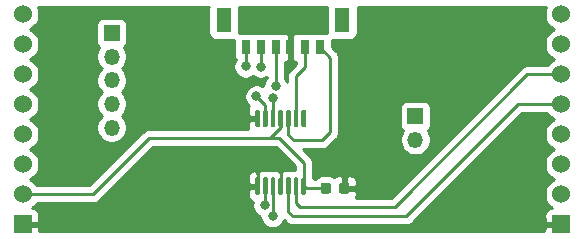
<source format=gtl>
%TF.GenerationSoftware,KiCad,Pcbnew,(5.1.10)-1*%
%TF.CreationDate,2021-11-25T14:23:59+01:00*%
%TF.ProjectId,CLIP_HOSTBOARD,434c4950-5f48-44f5-9354-424f4152442e,rev?*%
%TF.SameCoordinates,Original*%
%TF.FileFunction,Copper,L1,Top*%
%TF.FilePolarity,Positive*%
%FSLAX46Y46*%
G04 Gerber Fmt 4.6, Leading zero omitted, Abs format (unit mm)*
G04 Created by KiCad (PCBNEW (5.1.10)-1) date 2021-11-25 14:23:59*
%MOMM*%
%LPD*%
G01*
G04 APERTURE LIST*
%TA.AperFunction,ComponentPad*%
%ADD10C,1.524000*%
%TD*%
%TA.AperFunction,ComponentPad*%
%ADD11R,1.524000X1.524000*%
%TD*%
%TA.AperFunction,SMDPad,CuDef*%
%ADD12R,0.800000X1.200000*%
%TD*%
%TA.AperFunction,SMDPad,CuDef*%
%ADD13R,1.300000X2.150000*%
%TD*%
%TA.AperFunction,ComponentPad*%
%ADD14R,1.350000X1.350000*%
%TD*%
%TA.AperFunction,ComponentPad*%
%ADD15O,1.350000X1.350000*%
%TD*%
%TA.AperFunction,ViaPad*%
%ADD16C,0.800000*%
%TD*%
%TA.AperFunction,Conductor*%
%ADD17C,0.250000*%
%TD*%
%TA.AperFunction,Conductor*%
%ADD18C,0.254000*%
%TD*%
%TA.AperFunction,Conductor*%
%ADD19C,0.100000*%
%TD*%
G04 APERTURE END LIST*
D10*
%TO.P,S1,16*%
%TO.N,HTX*%
X166426201Y-81834800D03*
%TO.P,S1,15*%
%TO.N,HRX*%
X166426201Y-84374800D03*
%TO.P,S1,14*%
%TO.N,HPYRO1*%
X166426201Y-86914800D03*
%TO.P,S1,13*%
%TO.N,HPYRO2*%
X166426201Y-89454800D03*
%TO.P,S1,12*%
%TO.N,HFREE*%
X166426201Y-91994800D03*
%TO.P,S1,11*%
%TO.N,BFREEIN1*%
X166426201Y-94534800D03*
%TO.P,S1,10*%
%TO.N,Net-(S1-Pad10)*%
X166426201Y-97074800D03*
D11*
%TO.P,S1,9*%
%TO.N,GND*%
X166426201Y-99614800D03*
%TO.P,S1,8*%
X120866201Y-99614800D03*
D10*
%TO.P,S1,7*%
%TO.N,3V3*%
X120866201Y-97074800D03*
%TO.P,S1,6*%
%TO.N,BFREEIN2*%
X120866201Y-94534800D03*
%TO.P,S1,5*%
%TO.N,MOSIFREE*%
X120866201Y-91994800D03*
%TO.P,S1,4*%
%TO.N,MISOFREE*%
X120866201Y-89454800D03*
%TO.P,S1,3*%
%TO.N,SCKFREE*%
X120866201Y-86914800D03*
%TO.P,S1,2*%
%TO.N,SDAFREE*%
X120866201Y-84374800D03*
%TO.P,S1,1*%
%TO.N,SCLFREE*%
X120866201Y-81834800D03*
%TD*%
D12*
%TO.P,J1,1*%
%TO.N,HRX*%
X139762700Y-84635140D03*
%TO.P,J1,2*%
%TO.N,HTX*%
X141012700Y-84635140D03*
%TO.P,J1,3*%
%TO.N,HFREE*%
X142262700Y-84635140D03*
%TO.P,J1,4*%
%TO.N,GND*%
X143512700Y-84635140D03*
%TO.P,J1,5*%
%TO.N,PYRO1*%
X144762700Y-84635140D03*
%TO.P,J1,6*%
%TO.N,PYRO2*%
X146012700Y-84635140D03*
D13*
%TO.P,J1,MP1*%
%TO.N,Net-(J1-PadMP1)*%
X137862700Y-82340140D03*
%TO.P,J1,MP2*%
%TO.N,Net-(J1-PadMP2)*%
X147912700Y-82340140D03*
%TD*%
%TO.P,U1,1*%
%TO.N,Net-(U1-Pad1)*%
%TA.AperFunction,SMDPad,CuDef*%
G36*
G01*
X144542120Y-89927880D02*
X144742120Y-89927880D01*
G75*
G02*
X144842120Y-90027880I0J-100000D01*
G01*
X144842120Y-91302880D01*
G75*
G02*
X144742120Y-91402880I-100000J0D01*
G01*
X144542120Y-91402880D01*
G75*
G02*
X144442120Y-91302880I0J100000D01*
G01*
X144442120Y-90027880D01*
G75*
G02*
X144542120Y-89927880I100000J0D01*
G01*
G37*
%TD.AperFunction*%
%TO.P,U1,2*%
%TO.N,PYRO1*%
%TA.AperFunction,SMDPad,CuDef*%
G36*
G01*
X143892120Y-89927880D02*
X144092120Y-89927880D01*
G75*
G02*
X144192120Y-90027880I0J-100000D01*
G01*
X144192120Y-91302880D01*
G75*
G02*
X144092120Y-91402880I-100000J0D01*
G01*
X143892120Y-91402880D01*
G75*
G02*
X143792120Y-91302880I0J100000D01*
G01*
X143792120Y-90027880D01*
G75*
G02*
X143892120Y-89927880I100000J0D01*
G01*
G37*
%TD.AperFunction*%
%TO.P,U1,3*%
%TO.N,PYRO2*%
%TA.AperFunction,SMDPad,CuDef*%
G36*
G01*
X143242120Y-89927880D02*
X143442120Y-89927880D01*
G75*
G02*
X143542120Y-90027880I0J-100000D01*
G01*
X143542120Y-91302880D01*
G75*
G02*
X143442120Y-91402880I-100000J0D01*
G01*
X143242120Y-91402880D01*
G75*
G02*
X143142120Y-91302880I0J100000D01*
G01*
X143142120Y-90027880D01*
G75*
G02*
X143242120Y-89927880I100000J0D01*
G01*
G37*
%TD.AperFunction*%
%TO.P,U1,4*%
%TO.N,3V3*%
%TA.AperFunction,SMDPad,CuDef*%
G36*
G01*
X142592120Y-89927880D02*
X142792120Y-89927880D01*
G75*
G02*
X142892120Y-90027880I0J-100000D01*
G01*
X142892120Y-91302880D01*
G75*
G02*
X142792120Y-91402880I-100000J0D01*
G01*
X142592120Y-91402880D01*
G75*
G02*
X142492120Y-91302880I0J100000D01*
G01*
X142492120Y-90027880D01*
G75*
G02*
X142592120Y-89927880I100000J0D01*
G01*
G37*
%TD.AperFunction*%
%TO.P,U1,5*%
%TO.N,BFREEOUT1*%
%TA.AperFunction,SMDPad,CuDef*%
G36*
G01*
X141942120Y-89927880D02*
X142142120Y-89927880D01*
G75*
G02*
X142242120Y-90027880I0J-100000D01*
G01*
X142242120Y-91302880D01*
G75*
G02*
X142142120Y-91402880I-100000J0D01*
G01*
X141942120Y-91402880D01*
G75*
G02*
X141842120Y-91302880I0J100000D01*
G01*
X141842120Y-90027880D01*
G75*
G02*
X141942120Y-89927880I100000J0D01*
G01*
G37*
%TD.AperFunction*%
%TO.P,U1,6*%
%TO.N,BFREEOUT2*%
%TA.AperFunction,SMDPad,CuDef*%
G36*
G01*
X141292120Y-89927880D02*
X141492120Y-89927880D01*
G75*
G02*
X141592120Y-90027880I0J-100000D01*
G01*
X141592120Y-91302880D01*
G75*
G02*
X141492120Y-91402880I-100000J0D01*
G01*
X141292120Y-91402880D01*
G75*
G02*
X141192120Y-91302880I0J100000D01*
G01*
X141192120Y-90027880D01*
G75*
G02*
X141292120Y-89927880I100000J0D01*
G01*
G37*
%TD.AperFunction*%
%TO.P,U1,7*%
%TO.N,GND*%
%TA.AperFunction,SMDPad,CuDef*%
G36*
G01*
X140642120Y-89927880D02*
X140842120Y-89927880D01*
G75*
G02*
X140942120Y-90027880I0J-100000D01*
G01*
X140942120Y-91302880D01*
G75*
G02*
X140842120Y-91402880I-100000J0D01*
G01*
X140642120Y-91402880D01*
G75*
G02*
X140542120Y-91302880I0J100000D01*
G01*
X140542120Y-90027880D01*
G75*
G02*
X140642120Y-89927880I100000J0D01*
G01*
G37*
%TD.AperFunction*%
%TO.P,U1,8*%
%TA.AperFunction,SMDPad,CuDef*%
G36*
G01*
X140642120Y-95652880D02*
X140842120Y-95652880D01*
G75*
G02*
X140942120Y-95752880I0J-100000D01*
G01*
X140942120Y-97027880D01*
G75*
G02*
X140842120Y-97127880I-100000J0D01*
G01*
X140642120Y-97127880D01*
G75*
G02*
X140542120Y-97027880I0J100000D01*
G01*
X140542120Y-95752880D01*
G75*
G02*
X140642120Y-95652880I100000J0D01*
G01*
G37*
%TD.AperFunction*%
%TO.P,U1,9*%
%TO.N,BFREEIN2*%
%TA.AperFunction,SMDPad,CuDef*%
G36*
G01*
X141292120Y-95652880D02*
X141492120Y-95652880D01*
G75*
G02*
X141592120Y-95752880I0J-100000D01*
G01*
X141592120Y-97027880D01*
G75*
G02*
X141492120Y-97127880I-100000J0D01*
G01*
X141292120Y-97127880D01*
G75*
G02*
X141192120Y-97027880I0J100000D01*
G01*
X141192120Y-95752880D01*
G75*
G02*
X141292120Y-95652880I100000J0D01*
G01*
G37*
%TD.AperFunction*%
%TO.P,U1,10*%
%TO.N,BFREEIN1*%
%TA.AperFunction,SMDPad,CuDef*%
G36*
G01*
X141942120Y-95652880D02*
X142142120Y-95652880D01*
G75*
G02*
X142242120Y-95752880I0J-100000D01*
G01*
X142242120Y-97027880D01*
G75*
G02*
X142142120Y-97127880I-100000J0D01*
G01*
X141942120Y-97127880D01*
G75*
G02*
X141842120Y-97027880I0J100000D01*
G01*
X141842120Y-95752880D01*
G75*
G02*
X141942120Y-95652880I100000J0D01*
G01*
G37*
%TD.AperFunction*%
%TO.P,U1,11*%
%TO.N,GND*%
%TA.AperFunction,SMDPad,CuDef*%
G36*
G01*
X142592120Y-95652880D02*
X142792120Y-95652880D01*
G75*
G02*
X142892120Y-95752880I0J-100000D01*
G01*
X142892120Y-97027880D01*
G75*
G02*
X142792120Y-97127880I-100000J0D01*
G01*
X142592120Y-97127880D01*
G75*
G02*
X142492120Y-97027880I0J100000D01*
G01*
X142492120Y-95752880D01*
G75*
G02*
X142592120Y-95652880I100000J0D01*
G01*
G37*
%TD.AperFunction*%
%TO.P,U1,12*%
%TO.N,HPYRO2*%
%TA.AperFunction,SMDPad,CuDef*%
G36*
G01*
X143242120Y-95652880D02*
X143442120Y-95652880D01*
G75*
G02*
X143542120Y-95752880I0J-100000D01*
G01*
X143542120Y-97027880D01*
G75*
G02*
X143442120Y-97127880I-100000J0D01*
G01*
X143242120Y-97127880D01*
G75*
G02*
X143142120Y-97027880I0J100000D01*
G01*
X143142120Y-95752880D01*
G75*
G02*
X143242120Y-95652880I100000J0D01*
G01*
G37*
%TD.AperFunction*%
%TO.P,U1,13*%
%TO.N,HPYRO1*%
%TA.AperFunction,SMDPad,CuDef*%
G36*
G01*
X143892120Y-95652880D02*
X144092120Y-95652880D01*
G75*
G02*
X144192120Y-95752880I0J-100000D01*
G01*
X144192120Y-97027880D01*
G75*
G02*
X144092120Y-97127880I-100000J0D01*
G01*
X143892120Y-97127880D01*
G75*
G02*
X143792120Y-97027880I0J100000D01*
G01*
X143792120Y-95752880D01*
G75*
G02*
X143892120Y-95652880I100000J0D01*
G01*
G37*
%TD.AperFunction*%
%TO.P,U1,14*%
%TO.N,3V3*%
%TA.AperFunction,SMDPad,CuDef*%
G36*
G01*
X144542120Y-95652880D02*
X144742120Y-95652880D01*
G75*
G02*
X144842120Y-95752880I0J-100000D01*
G01*
X144842120Y-97027880D01*
G75*
G02*
X144742120Y-97127880I-100000J0D01*
G01*
X144542120Y-97127880D01*
G75*
G02*
X144442120Y-97027880I0J100000D01*
G01*
X144442120Y-95752880D01*
G75*
G02*
X144542120Y-95652880I100000J0D01*
G01*
G37*
%TD.AperFunction*%
%TD*%
D14*
%TO.P,J2,1*%
%TO.N,BFREEOUT1*%
X154099260Y-90472260D03*
D15*
%TO.P,J2,2*%
%TO.N,BFREEOUT2*%
X154099260Y-92472260D03*
%TD*%
D14*
%TO.P,J3,1*%
%TO.N,SCLFREE*%
X128374140Y-83423760D03*
D15*
%TO.P,J3,2*%
%TO.N,SDAFREE*%
X128374140Y-85423760D03*
%TO.P,J3,3*%
%TO.N,SCKFREE*%
X128374140Y-87423760D03*
%TO.P,J3,4*%
%TO.N,MISOFREE*%
X128374140Y-89423760D03*
%TO.P,J3,5*%
%TO.N,MOSIFREE*%
X128374140Y-91423760D03*
%TD*%
%TO.P,C1,1*%
%TO.N,GND*%
%TA.AperFunction,SMDPad,CuDef*%
G36*
G01*
X148514820Y-96310640D02*
X148514820Y-96810640D01*
G75*
G02*
X148289820Y-97035640I-225000J0D01*
G01*
X147839820Y-97035640D01*
G75*
G02*
X147614820Y-96810640I0J225000D01*
G01*
X147614820Y-96310640D01*
G75*
G02*
X147839820Y-96085640I225000J0D01*
G01*
X148289820Y-96085640D01*
G75*
G02*
X148514820Y-96310640I0J-225000D01*
G01*
G37*
%TD.AperFunction*%
%TO.P,C1,2*%
%TO.N,3V3*%
%TA.AperFunction,SMDPad,CuDef*%
G36*
G01*
X146964820Y-96310640D02*
X146964820Y-96810640D01*
G75*
G02*
X146739820Y-97035640I-225000J0D01*
G01*
X146289820Y-97035640D01*
G75*
G02*
X146064820Y-96810640I0J225000D01*
G01*
X146064820Y-96310640D01*
G75*
G02*
X146289820Y-96085640I225000J0D01*
G01*
X146739820Y-96085640D01*
G75*
G02*
X146964820Y-96310640I0J-225000D01*
G01*
G37*
%TD.AperFunction*%
%TD*%
D16*
%TO.N,HRX*%
X139715240Y-86243160D03*
%TO.N,HTX*%
X140990320Y-86263480D03*
%TO.N,HFREE*%
X142262700Y-87914320D03*
%TO.N,GND*%
X136710420Y-90345260D03*
X136789160Y-93972380D03*
X149539960Y-96565720D03*
X144612360Y-82697320D03*
%TO.N,BFREEOUT1*%
X142074900Y-88902540D03*
%TO.N,BFREEOUT2*%
X140632180Y-88788240D03*
%TO.N,BFREEIN2*%
X141330680Y-98016060D03*
%TO.N,BFREEIN1*%
X142001240Y-98935540D03*
%TD*%
D17*
%TO.N,HRX*%
X139762700Y-86195700D02*
X139715240Y-86243160D01*
X139762700Y-84635140D02*
X139762700Y-86195700D01*
%TO.N,HTX*%
X141012700Y-86241100D02*
X140990320Y-86263480D01*
X141012700Y-84635140D02*
X141012700Y-86241100D01*
%TO.N,HFREE*%
X142262700Y-84635140D02*
X142262700Y-87914320D01*
X142262700Y-87914320D02*
X142262700Y-87914320D01*
X142262700Y-87914320D02*
X142262700Y-87914320D01*
%TO.N,GND*%
X137030540Y-90665380D02*
X136710420Y-90345260D01*
X140742120Y-90665380D02*
X137030540Y-90665380D01*
X140742120Y-96390380D02*
X138714400Y-96390380D01*
X136789160Y-94465140D02*
X136789160Y-93972380D01*
X138714400Y-96390380D02*
X136789160Y-94465140D01*
X140742120Y-96390380D02*
X140742120Y-95175620D01*
X140742120Y-95175620D02*
X141320520Y-94597220D01*
X141320520Y-94597220D02*
X142346680Y-94597220D01*
X142692120Y-94942660D02*
X142692120Y-96390380D01*
X142346680Y-94597220D02*
X142692120Y-94942660D01*
X148069900Y-96565720D02*
X148064820Y-96560640D01*
X149539960Y-96565720D02*
X148069900Y-96565720D01*
%TO.N,PYRO1*%
X143992120Y-90665380D02*
X143992120Y-87092000D01*
X144762700Y-86321420D02*
X144762700Y-84635140D01*
X143992120Y-87092000D02*
X144762700Y-86321420D01*
%TO.N,PYRO2*%
X143342120Y-90665380D02*
X143342120Y-92062060D01*
X143342120Y-92062060D02*
X143781780Y-92501720D01*
X143781780Y-92501720D02*
X146194780Y-92501720D01*
X146194780Y-92501720D02*
X146880580Y-91815920D01*
X146880580Y-85503020D02*
X146012700Y-84635140D01*
X146880580Y-91815920D02*
X146880580Y-85503020D01*
%TO.N,3V3*%
X120866201Y-97074800D02*
X126795720Y-97074800D01*
X126795720Y-97074800D02*
X131536440Y-92334080D01*
X142692120Y-91402880D02*
X142692120Y-90665380D01*
X141760920Y-92334080D02*
X142692120Y-91402880D01*
X131536440Y-92334080D02*
X141760920Y-92334080D01*
X144642120Y-96390380D02*
X144642120Y-94385680D01*
X142590520Y-92334080D02*
X141760920Y-92334080D01*
X144642120Y-94385680D02*
X142590520Y-92334080D01*
X144812380Y-96560640D02*
X144642120Y-96390380D01*
X146514820Y-96560640D02*
X144812380Y-96560640D01*
%TO.N,HPYRO1*%
X143992120Y-96390380D02*
X143992120Y-97840320D01*
X143992120Y-97840320D02*
X144312640Y-98160840D01*
X144312640Y-98160840D02*
X152339040Y-98160840D01*
X163585080Y-86914800D02*
X166426201Y-86914800D01*
X152339040Y-98160840D02*
X163585080Y-86914800D01*
%TO.N,HPYRO2*%
X143342120Y-96390380D02*
X143342120Y-98559380D01*
X143342120Y-98559380D02*
X143718280Y-98935540D01*
X143718280Y-98935540D02*
X153339800Y-98935540D01*
X162820540Y-89454800D02*
X166426201Y-89454800D01*
X153339800Y-98935540D02*
X162820540Y-89454800D01*
%TO.N,BFREEOUT1*%
X142042120Y-88935320D02*
X142074900Y-88902540D01*
X142042120Y-90665380D02*
X142042120Y-88935320D01*
%TO.N,BFREEOUT2*%
X141392120Y-89548180D02*
X140632180Y-88788240D01*
X141392120Y-90665380D02*
X141392120Y-89548180D01*
%TO.N,BFREEIN2*%
X141392120Y-97954620D02*
X141330680Y-98016060D01*
X141392120Y-96390380D02*
X141392120Y-97954620D01*
%TO.N,BFREEIN1*%
X142055681Y-98881099D02*
X142001240Y-98935540D01*
X142055681Y-97668059D02*
X142055681Y-98881099D01*
X142042120Y-97654498D02*
X142055681Y-97668059D01*
X142042120Y-96390380D02*
X142042120Y-97654498D01*
%TD*%
D18*
%TO.N,GND*%
X165341081Y-90345335D02*
X165535666Y-90539920D01*
X165764474Y-90692805D01*
X165841716Y-90724800D01*
X165764474Y-90756795D01*
X165535666Y-90909680D01*
X165341081Y-91104265D01*
X165188196Y-91333073D01*
X165082887Y-91587310D01*
X165029201Y-91857208D01*
X165029201Y-92132392D01*
X165082887Y-92402290D01*
X165188196Y-92656527D01*
X165341081Y-92885335D01*
X165535666Y-93079920D01*
X165764474Y-93232805D01*
X165841716Y-93264800D01*
X165764474Y-93296795D01*
X165535666Y-93449680D01*
X165341081Y-93644265D01*
X165188196Y-93873073D01*
X165082887Y-94127310D01*
X165029201Y-94397208D01*
X165029201Y-94672392D01*
X165082887Y-94942290D01*
X165188196Y-95196527D01*
X165341081Y-95425335D01*
X165535666Y-95619920D01*
X165764474Y-95772805D01*
X165841716Y-95804800D01*
X165764474Y-95836795D01*
X165535666Y-95989680D01*
X165341081Y-96184265D01*
X165188196Y-96413073D01*
X165082887Y-96667310D01*
X165029201Y-96937208D01*
X165029201Y-97212392D01*
X165082887Y-97482290D01*
X165188196Y-97736527D01*
X165341081Y-97965335D01*
X165535666Y-98159920D01*
X165623666Y-98218720D01*
X165539719Y-98226988D01*
X165420021Y-98263298D01*
X165309707Y-98322263D01*
X165213016Y-98401615D01*
X165133664Y-98498306D01*
X165074699Y-98608620D01*
X165038389Y-98728318D01*
X165026129Y-98852800D01*
X165029201Y-99329050D01*
X165187951Y-99487800D01*
X166299201Y-99487800D01*
X166299201Y-99467800D01*
X166553201Y-99467800D01*
X166553201Y-99487800D01*
X166573201Y-99487800D01*
X166573201Y-99741800D01*
X166553201Y-99741800D01*
X166553201Y-99761800D01*
X166299201Y-99761800D01*
X166299201Y-99741800D01*
X165187951Y-99741800D01*
X165029201Y-99900550D01*
X165027334Y-100190000D01*
X122265068Y-100190000D01*
X122263201Y-99900550D01*
X122104451Y-99741800D01*
X120993201Y-99741800D01*
X120993201Y-99761800D01*
X120739201Y-99761800D01*
X120739201Y-99741800D01*
X120719201Y-99741800D01*
X120719201Y-99487800D01*
X120739201Y-99487800D01*
X120739201Y-99467800D01*
X120993201Y-99467800D01*
X120993201Y-99487800D01*
X122104451Y-99487800D01*
X122263201Y-99329050D01*
X122266273Y-98852800D01*
X122254013Y-98728318D01*
X122217703Y-98608620D01*
X122158738Y-98498306D01*
X122079386Y-98401615D01*
X121982695Y-98322263D01*
X121872381Y-98263298D01*
X121752683Y-98226988D01*
X121668736Y-98218720D01*
X121756736Y-98159920D01*
X121951321Y-97965335D01*
X122038542Y-97834800D01*
X126758398Y-97834800D01*
X126795720Y-97838476D01*
X126833042Y-97834800D01*
X126833053Y-97834800D01*
X126944706Y-97823803D01*
X127087967Y-97780346D01*
X127219996Y-97709774D01*
X127335721Y-97614801D01*
X127359524Y-97585797D01*
X131851242Y-93094080D01*
X141723598Y-93094080D01*
X141760920Y-93097756D01*
X141798242Y-93094080D01*
X142275719Y-93094080D01*
X143882121Y-94700483D01*
X143882121Y-95015793D01*
X143748129Y-95028990D01*
X143667120Y-95053564D01*
X143586111Y-95028990D01*
X143442120Y-95014808D01*
X143242120Y-95014808D01*
X143098129Y-95028990D01*
X143061075Y-95040230D01*
X143026003Y-95029012D01*
X142923870Y-95017880D01*
X142765120Y-95176630D01*
X142765120Y-95194139D01*
X142720224Y-95230984D01*
X142692120Y-95265229D01*
X142664016Y-95230984D01*
X142619120Y-95194139D01*
X142619120Y-95176630D01*
X142460370Y-95017880D01*
X142358237Y-95029012D01*
X142323165Y-95040230D01*
X142286111Y-95028990D01*
X142142120Y-95014808D01*
X141942120Y-95014808D01*
X141798129Y-95028990D01*
X141717120Y-95053564D01*
X141636111Y-95028990D01*
X141492120Y-95014808D01*
X141292120Y-95014808D01*
X141148129Y-95028990D01*
X141111075Y-95040230D01*
X141076003Y-95029012D01*
X140973870Y-95017880D01*
X140815120Y-95176630D01*
X140815120Y-95194139D01*
X140770224Y-95230984D01*
X140678436Y-95342829D01*
X140669120Y-95360258D01*
X140669120Y-95176630D01*
X140510370Y-95017880D01*
X140408237Y-95029012D01*
X140289099Y-95067119D01*
X140179684Y-95127736D01*
X140084198Y-95208534D01*
X140006309Y-95306409D01*
X139949011Y-95417598D01*
X139914506Y-95537828D01*
X139904120Y-95662480D01*
X139907120Y-96104630D01*
X140065870Y-96263380D01*
X140554048Y-96263380D01*
X140554048Y-96517380D01*
X140065870Y-96517380D01*
X139907120Y-96676130D01*
X139904120Y-97118280D01*
X139914506Y-97242932D01*
X139949011Y-97363162D01*
X140006309Y-97474351D01*
X140084198Y-97572226D01*
X140179684Y-97653024D01*
X140289099Y-97713641D01*
X140332779Y-97727612D01*
X140295680Y-97914121D01*
X140295680Y-98117999D01*
X140335454Y-98317958D01*
X140413475Y-98506316D01*
X140526743Y-98675834D01*
X140670906Y-98819997D01*
X140840424Y-98933265D01*
X140966240Y-98985380D01*
X140966240Y-99037479D01*
X141006014Y-99237438D01*
X141084035Y-99425796D01*
X141197303Y-99595314D01*
X141341466Y-99739477D01*
X141510984Y-99852745D01*
X141699342Y-99930766D01*
X141899301Y-99970540D01*
X142103179Y-99970540D01*
X142303138Y-99930766D01*
X142491496Y-99852745D01*
X142661014Y-99739477D01*
X142805177Y-99595314D01*
X142918445Y-99425796D01*
X142981502Y-99273563D01*
X143154476Y-99446537D01*
X143178279Y-99475541D01*
X143294004Y-99570514D01*
X143405484Y-99630102D01*
X143426033Y-99641086D01*
X143569294Y-99684543D01*
X143718280Y-99699217D01*
X143755613Y-99695540D01*
X153302478Y-99695540D01*
X153339800Y-99699216D01*
X153377122Y-99695540D01*
X153377133Y-99695540D01*
X153488786Y-99684543D01*
X153632047Y-99641086D01*
X153764076Y-99570514D01*
X153879801Y-99475541D01*
X153903604Y-99446537D01*
X163135342Y-90214800D01*
X165253860Y-90214800D01*
X165341081Y-90345335D01*
%TA.AperFunction,Conductor*%
D19*
G36*
X165341081Y-90345335D02*
G01*
X165535666Y-90539920D01*
X165764474Y-90692805D01*
X165841716Y-90724800D01*
X165764474Y-90756795D01*
X165535666Y-90909680D01*
X165341081Y-91104265D01*
X165188196Y-91333073D01*
X165082887Y-91587310D01*
X165029201Y-91857208D01*
X165029201Y-92132392D01*
X165082887Y-92402290D01*
X165188196Y-92656527D01*
X165341081Y-92885335D01*
X165535666Y-93079920D01*
X165764474Y-93232805D01*
X165841716Y-93264800D01*
X165764474Y-93296795D01*
X165535666Y-93449680D01*
X165341081Y-93644265D01*
X165188196Y-93873073D01*
X165082887Y-94127310D01*
X165029201Y-94397208D01*
X165029201Y-94672392D01*
X165082887Y-94942290D01*
X165188196Y-95196527D01*
X165341081Y-95425335D01*
X165535666Y-95619920D01*
X165764474Y-95772805D01*
X165841716Y-95804800D01*
X165764474Y-95836795D01*
X165535666Y-95989680D01*
X165341081Y-96184265D01*
X165188196Y-96413073D01*
X165082887Y-96667310D01*
X165029201Y-96937208D01*
X165029201Y-97212392D01*
X165082887Y-97482290D01*
X165188196Y-97736527D01*
X165341081Y-97965335D01*
X165535666Y-98159920D01*
X165623666Y-98218720D01*
X165539719Y-98226988D01*
X165420021Y-98263298D01*
X165309707Y-98322263D01*
X165213016Y-98401615D01*
X165133664Y-98498306D01*
X165074699Y-98608620D01*
X165038389Y-98728318D01*
X165026129Y-98852800D01*
X165029201Y-99329050D01*
X165187951Y-99487800D01*
X166299201Y-99487800D01*
X166299201Y-99467800D01*
X166553201Y-99467800D01*
X166553201Y-99487800D01*
X166573201Y-99487800D01*
X166573201Y-99741800D01*
X166553201Y-99741800D01*
X166553201Y-99761800D01*
X166299201Y-99761800D01*
X166299201Y-99741800D01*
X165187951Y-99741800D01*
X165029201Y-99900550D01*
X165027334Y-100190000D01*
X122265068Y-100190000D01*
X122263201Y-99900550D01*
X122104451Y-99741800D01*
X120993201Y-99741800D01*
X120993201Y-99761800D01*
X120739201Y-99761800D01*
X120739201Y-99741800D01*
X120719201Y-99741800D01*
X120719201Y-99487800D01*
X120739201Y-99487800D01*
X120739201Y-99467800D01*
X120993201Y-99467800D01*
X120993201Y-99487800D01*
X122104451Y-99487800D01*
X122263201Y-99329050D01*
X122266273Y-98852800D01*
X122254013Y-98728318D01*
X122217703Y-98608620D01*
X122158738Y-98498306D01*
X122079386Y-98401615D01*
X121982695Y-98322263D01*
X121872381Y-98263298D01*
X121752683Y-98226988D01*
X121668736Y-98218720D01*
X121756736Y-98159920D01*
X121951321Y-97965335D01*
X122038542Y-97834800D01*
X126758398Y-97834800D01*
X126795720Y-97838476D01*
X126833042Y-97834800D01*
X126833053Y-97834800D01*
X126944706Y-97823803D01*
X127087967Y-97780346D01*
X127219996Y-97709774D01*
X127335721Y-97614801D01*
X127359524Y-97585797D01*
X131851242Y-93094080D01*
X141723598Y-93094080D01*
X141760920Y-93097756D01*
X141798242Y-93094080D01*
X142275719Y-93094080D01*
X143882121Y-94700483D01*
X143882121Y-95015793D01*
X143748129Y-95028990D01*
X143667120Y-95053564D01*
X143586111Y-95028990D01*
X143442120Y-95014808D01*
X143242120Y-95014808D01*
X143098129Y-95028990D01*
X143061075Y-95040230D01*
X143026003Y-95029012D01*
X142923870Y-95017880D01*
X142765120Y-95176630D01*
X142765120Y-95194139D01*
X142720224Y-95230984D01*
X142692120Y-95265229D01*
X142664016Y-95230984D01*
X142619120Y-95194139D01*
X142619120Y-95176630D01*
X142460370Y-95017880D01*
X142358237Y-95029012D01*
X142323165Y-95040230D01*
X142286111Y-95028990D01*
X142142120Y-95014808D01*
X141942120Y-95014808D01*
X141798129Y-95028990D01*
X141717120Y-95053564D01*
X141636111Y-95028990D01*
X141492120Y-95014808D01*
X141292120Y-95014808D01*
X141148129Y-95028990D01*
X141111075Y-95040230D01*
X141076003Y-95029012D01*
X140973870Y-95017880D01*
X140815120Y-95176630D01*
X140815120Y-95194139D01*
X140770224Y-95230984D01*
X140678436Y-95342829D01*
X140669120Y-95360258D01*
X140669120Y-95176630D01*
X140510370Y-95017880D01*
X140408237Y-95029012D01*
X140289099Y-95067119D01*
X140179684Y-95127736D01*
X140084198Y-95208534D01*
X140006309Y-95306409D01*
X139949011Y-95417598D01*
X139914506Y-95537828D01*
X139904120Y-95662480D01*
X139907120Y-96104630D01*
X140065870Y-96263380D01*
X140554048Y-96263380D01*
X140554048Y-96517380D01*
X140065870Y-96517380D01*
X139907120Y-96676130D01*
X139904120Y-97118280D01*
X139914506Y-97242932D01*
X139949011Y-97363162D01*
X140006309Y-97474351D01*
X140084198Y-97572226D01*
X140179684Y-97653024D01*
X140289099Y-97713641D01*
X140332779Y-97727612D01*
X140295680Y-97914121D01*
X140295680Y-98117999D01*
X140335454Y-98317958D01*
X140413475Y-98506316D01*
X140526743Y-98675834D01*
X140670906Y-98819997D01*
X140840424Y-98933265D01*
X140966240Y-98985380D01*
X140966240Y-99037479D01*
X141006014Y-99237438D01*
X141084035Y-99425796D01*
X141197303Y-99595314D01*
X141341466Y-99739477D01*
X141510984Y-99852745D01*
X141699342Y-99930766D01*
X141899301Y-99970540D01*
X142103179Y-99970540D01*
X142303138Y-99930766D01*
X142491496Y-99852745D01*
X142661014Y-99739477D01*
X142805177Y-99595314D01*
X142918445Y-99425796D01*
X142981502Y-99273563D01*
X143154476Y-99446537D01*
X143178279Y-99475541D01*
X143294004Y-99570514D01*
X143405484Y-99630102D01*
X143426033Y-99641086D01*
X143569294Y-99684543D01*
X143718280Y-99699217D01*
X143755613Y-99695540D01*
X153302478Y-99695540D01*
X153339800Y-99699216D01*
X153377122Y-99695540D01*
X153377133Y-99695540D01*
X153488786Y-99684543D01*
X153632047Y-99641086D01*
X153764076Y-99570514D01*
X153879801Y-99475541D01*
X153903604Y-99446537D01*
X163135342Y-90214800D01*
X165253860Y-90214800D01*
X165341081Y-90345335D01*
G37*
%TD.AperFunction*%
D18*
X165082887Y-81427310D02*
X165029201Y-81697208D01*
X165029201Y-81972392D01*
X165082887Y-82242290D01*
X165188196Y-82496527D01*
X165341081Y-82725335D01*
X165535666Y-82919920D01*
X165764474Y-83072805D01*
X165841716Y-83104800D01*
X165764474Y-83136795D01*
X165535666Y-83289680D01*
X165341081Y-83484265D01*
X165188196Y-83713073D01*
X165082887Y-83967310D01*
X165029201Y-84237208D01*
X165029201Y-84512392D01*
X165082887Y-84782290D01*
X165188196Y-85036527D01*
X165341081Y-85265335D01*
X165535666Y-85459920D01*
X165764474Y-85612805D01*
X165841716Y-85644800D01*
X165764474Y-85676795D01*
X165535666Y-85829680D01*
X165341081Y-86024265D01*
X165253860Y-86154800D01*
X163622402Y-86154800D01*
X163585079Y-86151124D01*
X163547756Y-86154800D01*
X163547747Y-86154800D01*
X163436094Y-86165797D01*
X163292833Y-86209254D01*
X163160804Y-86279826D01*
X163045079Y-86374799D01*
X163021281Y-86403797D01*
X152024239Y-97400840D01*
X149036571Y-97400840D01*
X149045357Y-97390134D01*
X149104322Y-97279820D01*
X149140632Y-97160122D01*
X149152892Y-97035640D01*
X149149820Y-96846390D01*
X148991070Y-96687640D01*
X148191820Y-96687640D01*
X148191820Y-96707640D01*
X147937820Y-96707640D01*
X147937820Y-96687640D01*
X147917820Y-96687640D01*
X147917820Y-96433640D01*
X147937820Y-96433640D01*
X147937820Y-95609390D01*
X148191820Y-95609390D01*
X148191820Y-96433640D01*
X148991070Y-96433640D01*
X149149820Y-96274890D01*
X149152892Y-96085640D01*
X149140632Y-95961158D01*
X149104322Y-95841460D01*
X149045357Y-95731146D01*
X148966005Y-95634455D01*
X148869314Y-95555103D01*
X148759000Y-95496138D01*
X148639302Y-95459828D01*
X148514820Y-95447568D01*
X148350570Y-95450640D01*
X148191820Y-95609390D01*
X147937820Y-95609390D01*
X147779070Y-95450640D01*
X147614820Y-95447568D01*
X147490338Y-95459828D01*
X147370640Y-95496138D01*
X147260326Y-95555103D01*
X147216171Y-95591340D01*
X147070103Y-95513265D01*
X146908197Y-95464152D01*
X146739820Y-95447568D01*
X146289820Y-95447568D01*
X146121443Y-95464152D01*
X145959537Y-95513265D01*
X145810323Y-95593022D01*
X145679536Y-95700356D01*
X145597235Y-95800640D01*
X145480192Y-95800640D01*
X145480192Y-95752880D01*
X145466010Y-95608889D01*
X145424010Y-95470432D01*
X145402120Y-95429479D01*
X145402120Y-94423013D01*
X145405797Y-94385680D01*
X145391123Y-94236694D01*
X145347666Y-94093433D01*
X145277094Y-93961404D01*
X145205919Y-93874677D01*
X145182121Y-93845679D01*
X145153123Y-93821881D01*
X144592962Y-93261720D01*
X146157458Y-93261720D01*
X146194780Y-93265396D01*
X146232102Y-93261720D01*
X146232113Y-93261720D01*
X146343766Y-93250723D01*
X146487027Y-93207266D01*
X146619056Y-93136694D01*
X146734781Y-93041721D01*
X146758583Y-93012718D01*
X147391584Y-92379718D01*
X147420581Y-92355921D01*
X147515554Y-92240196D01*
X147586126Y-92108167D01*
X147629583Y-91964906D01*
X147640580Y-91853253D01*
X147640580Y-91853245D01*
X147644256Y-91815920D01*
X147640580Y-91778595D01*
X147640580Y-89797260D01*
X152786188Y-89797260D01*
X152786188Y-91147260D01*
X152798448Y-91271742D01*
X152834758Y-91391440D01*
X152893723Y-91501754D01*
X152973075Y-91598445D01*
X153059957Y-91669747D01*
X152938353Y-91851742D01*
X152839602Y-92090147D01*
X152789260Y-92343236D01*
X152789260Y-92601284D01*
X152839602Y-92854373D01*
X152938353Y-93092778D01*
X153081716Y-93307337D01*
X153264183Y-93489804D01*
X153478742Y-93633167D01*
X153717147Y-93731918D01*
X153970236Y-93782260D01*
X154228284Y-93782260D01*
X154481373Y-93731918D01*
X154719778Y-93633167D01*
X154934337Y-93489804D01*
X155116804Y-93307337D01*
X155260167Y-93092778D01*
X155358918Y-92854373D01*
X155409260Y-92601284D01*
X155409260Y-92343236D01*
X155358918Y-92090147D01*
X155260167Y-91851742D01*
X155138563Y-91669747D01*
X155225445Y-91598445D01*
X155304797Y-91501754D01*
X155363762Y-91391440D01*
X155400072Y-91271742D01*
X155412332Y-91147260D01*
X155412332Y-89797260D01*
X155400072Y-89672778D01*
X155363762Y-89553080D01*
X155304797Y-89442766D01*
X155225445Y-89346075D01*
X155128754Y-89266723D01*
X155018440Y-89207758D01*
X154898742Y-89171448D01*
X154774260Y-89159188D01*
X153424260Y-89159188D01*
X153299778Y-89171448D01*
X153180080Y-89207758D01*
X153069766Y-89266723D01*
X152973075Y-89346075D01*
X152893723Y-89442766D01*
X152834758Y-89553080D01*
X152798448Y-89672778D01*
X152786188Y-89797260D01*
X147640580Y-89797260D01*
X147640580Y-85540345D01*
X147644256Y-85503020D01*
X147640580Y-85465695D01*
X147640580Y-85465687D01*
X147629583Y-85354034D01*
X147586126Y-85210773D01*
X147515554Y-85078744D01*
X147420581Y-84963019D01*
X147391583Y-84939221D01*
X147050772Y-84598410D01*
X147050772Y-84035140D01*
X147048669Y-84013788D01*
X147138218Y-84040952D01*
X147262700Y-84053212D01*
X148562700Y-84053212D01*
X148687182Y-84040952D01*
X148806880Y-84004642D01*
X148917194Y-83945677D01*
X149013885Y-83866325D01*
X149093237Y-83769634D01*
X149152202Y-83659320D01*
X149188512Y-83539622D01*
X149200772Y-83415140D01*
X149200772Y-81265140D01*
X149195341Y-81210000D01*
X165172900Y-81210000D01*
X165082887Y-81427310D01*
%TA.AperFunction,Conductor*%
D19*
G36*
X165082887Y-81427310D02*
G01*
X165029201Y-81697208D01*
X165029201Y-81972392D01*
X165082887Y-82242290D01*
X165188196Y-82496527D01*
X165341081Y-82725335D01*
X165535666Y-82919920D01*
X165764474Y-83072805D01*
X165841716Y-83104800D01*
X165764474Y-83136795D01*
X165535666Y-83289680D01*
X165341081Y-83484265D01*
X165188196Y-83713073D01*
X165082887Y-83967310D01*
X165029201Y-84237208D01*
X165029201Y-84512392D01*
X165082887Y-84782290D01*
X165188196Y-85036527D01*
X165341081Y-85265335D01*
X165535666Y-85459920D01*
X165764474Y-85612805D01*
X165841716Y-85644800D01*
X165764474Y-85676795D01*
X165535666Y-85829680D01*
X165341081Y-86024265D01*
X165253860Y-86154800D01*
X163622402Y-86154800D01*
X163585079Y-86151124D01*
X163547756Y-86154800D01*
X163547747Y-86154800D01*
X163436094Y-86165797D01*
X163292833Y-86209254D01*
X163160804Y-86279826D01*
X163045079Y-86374799D01*
X163021281Y-86403797D01*
X152024239Y-97400840D01*
X149036571Y-97400840D01*
X149045357Y-97390134D01*
X149104322Y-97279820D01*
X149140632Y-97160122D01*
X149152892Y-97035640D01*
X149149820Y-96846390D01*
X148991070Y-96687640D01*
X148191820Y-96687640D01*
X148191820Y-96707640D01*
X147937820Y-96707640D01*
X147937820Y-96687640D01*
X147917820Y-96687640D01*
X147917820Y-96433640D01*
X147937820Y-96433640D01*
X147937820Y-95609390D01*
X148191820Y-95609390D01*
X148191820Y-96433640D01*
X148991070Y-96433640D01*
X149149820Y-96274890D01*
X149152892Y-96085640D01*
X149140632Y-95961158D01*
X149104322Y-95841460D01*
X149045357Y-95731146D01*
X148966005Y-95634455D01*
X148869314Y-95555103D01*
X148759000Y-95496138D01*
X148639302Y-95459828D01*
X148514820Y-95447568D01*
X148350570Y-95450640D01*
X148191820Y-95609390D01*
X147937820Y-95609390D01*
X147779070Y-95450640D01*
X147614820Y-95447568D01*
X147490338Y-95459828D01*
X147370640Y-95496138D01*
X147260326Y-95555103D01*
X147216171Y-95591340D01*
X147070103Y-95513265D01*
X146908197Y-95464152D01*
X146739820Y-95447568D01*
X146289820Y-95447568D01*
X146121443Y-95464152D01*
X145959537Y-95513265D01*
X145810323Y-95593022D01*
X145679536Y-95700356D01*
X145597235Y-95800640D01*
X145480192Y-95800640D01*
X145480192Y-95752880D01*
X145466010Y-95608889D01*
X145424010Y-95470432D01*
X145402120Y-95429479D01*
X145402120Y-94423013D01*
X145405797Y-94385680D01*
X145391123Y-94236694D01*
X145347666Y-94093433D01*
X145277094Y-93961404D01*
X145205919Y-93874677D01*
X145182121Y-93845679D01*
X145153123Y-93821881D01*
X144592962Y-93261720D01*
X146157458Y-93261720D01*
X146194780Y-93265396D01*
X146232102Y-93261720D01*
X146232113Y-93261720D01*
X146343766Y-93250723D01*
X146487027Y-93207266D01*
X146619056Y-93136694D01*
X146734781Y-93041721D01*
X146758583Y-93012718D01*
X147391584Y-92379718D01*
X147420581Y-92355921D01*
X147515554Y-92240196D01*
X147586126Y-92108167D01*
X147629583Y-91964906D01*
X147640580Y-91853253D01*
X147640580Y-91853245D01*
X147644256Y-91815920D01*
X147640580Y-91778595D01*
X147640580Y-89797260D01*
X152786188Y-89797260D01*
X152786188Y-91147260D01*
X152798448Y-91271742D01*
X152834758Y-91391440D01*
X152893723Y-91501754D01*
X152973075Y-91598445D01*
X153059957Y-91669747D01*
X152938353Y-91851742D01*
X152839602Y-92090147D01*
X152789260Y-92343236D01*
X152789260Y-92601284D01*
X152839602Y-92854373D01*
X152938353Y-93092778D01*
X153081716Y-93307337D01*
X153264183Y-93489804D01*
X153478742Y-93633167D01*
X153717147Y-93731918D01*
X153970236Y-93782260D01*
X154228284Y-93782260D01*
X154481373Y-93731918D01*
X154719778Y-93633167D01*
X154934337Y-93489804D01*
X155116804Y-93307337D01*
X155260167Y-93092778D01*
X155358918Y-92854373D01*
X155409260Y-92601284D01*
X155409260Y-92343236D01*
X155358918Y-92090147D01*
X155260167Y-91851742D01*
X155138563Y-91669747D01*
X155225445Y-91598445D01*
X155304797Y-91501754D01*
X155363762Y-91391440D01*
X155400072Y-91271742D01*
X155412332Y-91147260D01*
X155412332Y-89797260D01*
X155400072Y-89672778D01*
X155363762Y-89553080D01*
X155304797Y-89442766D01*
X155225445Y-89346075D01*
X155128754Y-89266723D01*
X155018440Y-89207758D01*
X154898742Y-89171448D01*
X154774260Y-89159188D01*
X153424260Y-89159188D01*
X153299778Y-89171448D01*
X153180080Y-89207758D01*
X153069766Y-89266723D01*
X152973075Y-89346075D01*
X152893723Y-89442766D01*
X152834758Y-89553080D01*
X152798448Y-89672778D01*
X152786188Y-89797260D01*
X147640580Y-89797260D01*
X147640580Y-85540345D01*
X147644256Y-85503020D01*
X147640580Y-85465695D01*
X147640580Y-85465687D01*
X147629583Y-85354034D01*
X147586126Y-85210773D01*
X147515554Y-85078744D01*
X147420581Y-84963019D01*
X147391583Y-84939221D01*
X147050772Y-84598410D01*
X147050772Y-84035140D01*
X147048669Y-84013788D01*
X147138218Y-84040952D01*
X147262700Y-84053212D01*
X148562700Y-84053212D01*
X148687182Y-84040952D01*
X148806880Y-84004642D01*
X148917194Y-83945677D01*
X149013885Y-83866325D01*
X149093237Y-83769634D01*
X149152202Y-83659320D01*
X149188512Y-83539622D01*
X149200772Y-83415140D01*
X149200772Y-81265140D01*
X149195341Y-81210000D01*
X165172900Y-81210000D01*
X165082887Y-81427310D01*
G37*
%TD.AperFunction*%
D18*
X136574628Y-81265140D02*
X136574628Y-83415140D01*
X136586888Y-83539622D01*
X136623198Y-83659320D01*
X136682163Y-83769634D01*
X136761515Y-83866325D01*
X136858206Y-83945677D01*
X136968520Y-84004642D01*
X137088218Y-84040952D01*
X137212700Y-84053212D01*
X138512700Y-84053212D01*
X138637182Y-84040952D01*
X138726731Y-84013788D01*
X138724628Y-84035140D01*
X138724628Y-85235140D01*
X138736888Y-85359622D01*
X138773198Y-85479320D01*
X138832163Y-85589634D01*
X138873485Y-85639985D01*
X138798035Y-85752904D01*
X138720014Y-85941262D01*
X138680240Y-86141221D01*
X138680240Y-86345099D01*
X138720014Y-86545058D01*
X138798035Y-86733416D01*
X138911303Y-86902934D01*
X139055466Y-87047097D01*
X139224984Y-87160365D01*
X139413342Y-87238386D01*
X139613301Y-87278160D01*
X139817179Y-87278160D01*
X140017138Y-87238386D01*
X140205496Y-87160365D01*
X140337574Y-87072113D01*
X140500064Y-87180685D01*
X140688422Y-87258706D01*
X140888381Y-87298480D01*
X141092259Y-87298480D01*
X141292218Y-87258706D01*
X141480576Y-87180685D01*
X141502701Y-87165902D01*
X141502701Y-87210608D01*
X141458763Y-87254546D01*
X141345495Y-87424064D01*
X141267474Y-87612422D01*
X141227700Y-87812381D01*
X141227700Y-87941370D01*
X141122436Y-87871035D01*
X140934078Y-87793014D01*
X140734119Y-87753240D01*
X140530241Y-87753240D01*
X140330282Y-87793014D01*
X140141924Y-87871035D01*
X139972406Y-87984303D01*
X139828243Y-88128466D01*
X139714975Y-88297984D01*
X139636954Y-88486342D01*
X139597180Y-88686301D01*
X139597180Y-88890179D01*
X139636954Y-89090138D01*
X139714975Y-89278496D01*
X139828243Y-89448014D01*
X139972406Y-89592177D01*
X139993498Y-89606270D01*
X139949011Y-89692598D01*
X139914506Y-89812828D01*
X139904120Y-89937480D01*
X139907120Y-90379630D01*
X140065870Y-90538380D01*
X140554048Y-90538380D01*
X140554048Y-90792380D01*
X140065870Y-90792380D01*
X139907120Y-90951130D01*
X139904120Y-91393280D01*
X139914506Y-91517932D01*
X139930620Y-91574080D01*
X131573773Y-91574080D01*
X131536440Y-91570403D01*
X131499107Y-91574080D01*
X131387454Y-91585077D01*
X131244193Y-91628534D01*
X131112164Y-91699106D01*
X130996439Y-91794079D01*
X130972641Y-91823077D01*
X126480919Y-96314800D01*
X122038542Y-96314800D01*
X121951321Y-96184265D01*
X121756736Y-95989680D01*
X121527928Y-95836795D01*
X121450686Y-95804800D01*
X121527928Y-95772805D01*
X121756736Y-95619920D01*
X121951321Y-95425335D01*
X122104206Y-95196527D01*
X122209515Y-94942290D01*
X122263201Y-94672392D01*
X122263201Y-94397208D01*
X122209515Y-94127310D01*
X122104206Y-93873073D01*
X121951321Y-93644265D01*
X121756736Y-93449680D01*
X121527928Y-93296795D01*
X121450686Y-93264800D01*
X121527928Y-93232805D01*
X121756736Y-93079920D01*
X121951321Y-92885335D01*
X122104206Y-92656527D01*
X122209515Y-92402290D01*
X122263201Y-92132392D01*
X122263201Y-91857208D01*
X122209515Y-91587310D01*
X122104206Y-91333073D01*
X121951321Y-91104265D01*
X121756736Y-90909680D01*
X121527928Y-90756795D01*
X121450686Y-90724800D01*
X121527928Y-90692805D01*
X121756736Y-90539920D01*
X121951321Y-90345335D01*
X122104206Y-90116527D01*
X122209515Y-89862290D01*
X122263201Y-89592392D01*
X122263201Y-89317208D01*
X122209515Y-89047310D01*
X122104206Y-88793073D01*
X121951321Y-88564265D01*
X121756736Y-88369680D01*
X121527928Y-88216795D01*
X121450686Y-88184800D01*
X121527928Y-88152805D01*
X121756736Y-87999920D01*
X121951321Y-87805335D01*
X122104206Y-87576527D01*
X122209515Y-87322290D01*
X122263201Y-87052392D01*
X122263201Y-86777208D01*
X122209515Y-86507310D01*
X122104206Y-86253073D01*
X121951321Y-86024265D01*
X121756736Y-85829680D01*
X121527928Y-85676795D01*
X121450686Y-85644800D01*
X121527928Y-85612805D01*
X121756736Y-85459920D01*
X121951321Y-85265335D01*
X122104206Y-85036527D01*
X122209515Y-84782290D01*
X122263201Y-84512392D01*
X122263201Y-84237208D01*
X122209515Y-83967310D01*
X122104206Y-83713073D01*
X121951321Y-83484265D01*
X121756736Y-83289680D01*
X121527928Y-83136795D01*
X121450686Y-83104800D01*
X121527928Y-83072805D01*
X121756736Y-82919920D01*
X121927896Y-82748760D01*
X127061068Y-82748760D01*
X127061068Y-84098760D01*
X127073328Y-84223242D01*
X127109638Y-84342940D01*
X127168603Y-84453254D01*
X127247955Y-84549945D01*
X127334837Y-84621247D01*
X127213233Y-84803242D01*
X127114482Y-85041647D01*
X127064140Y-85294736D01*
X127064140Y-85552784D01*
X127114482Y-85805873D01*
X127213233Y-86044278D01*
X127356596Y-86258837D01*
X127521519Y-86423760D01*
X127356596Y-86588683D01*
X127213233Y-86803242D01*
X127114482Y-87041647D01*
X127064140Y-87294736D01*
X127064140Y-87552784D01*
X127114482Y-87805873D01*
X127213233Y-88044278D01*
X127356596Y-88258837D01*
X127521519Y-88423760D01*
X127356596Y-88588683D01*
X127213233Y-88803242D01*
X127114482Y-89041647D01*
X127064140Y-89294736D01*
X127064140Y-89552784D01*
X127114482Y-89805873D01*
X127213233Y-90044278D01*
X127356596Y-90258837D01*
X127521519Y-90423760D01*
X127356596Y-90588683D01*
X127213233Y-90803242D01*
X127114482Y-91041647D01*
X127064140Y-91294736D01*
X127064140Y-91552784D01*
X127114482Y-91805873D01*
X127213233Y-92044278D01*
X127356596Y-92258837D01*
X127539063Y-92441304D01*
X127753622Y-92584667D01*
X127992027Y-92683418D01*
X128245116Y-92733760D01*
X128503164Y-92733760D01*
X128756253Y-92683418D01*
X128994658Y-92584667D01*
X129209217Y-92441304D01*
X129391684Y-92258837D01*
X129535047Y-92044278D01*
X129633798Y-91805873D01*
X129684140Y-91552784D01*
X129684140Y-91294736D01*
X129633798Y-91041647D01*
X129535047Y-90803242D01*
X129391684Y-90588683D01*
X129226761Y-90423760D01*
X129391684Y-90258837D01*
X129535047Y-90044278D01*
X129633798Y-89805873D01*
X129684140Y-89552784D01*
X129684140Y-89294736D01*
X129633798Y-89041647D01*
X129535047Y-88803242D01*
X129391684Y-88588683D01*
X129226761Y-88423760D01*
X129391684Y-88258837D01*
X129535047Y-88044278D01*
X129633798Y-87805873D01*
X129684140Y-87552784D01*
X129684140Y-87294736D01*
X129633798Y-87041647D01*
X129535047Y-86803242D01*
X129391684Y-86588683D01*
X129226761Y-86423760D01*
X129391684Y-86258837D01*
X129535047Y-86044278D01*
X129633798Y-85805873D01*
X129684140Y-85552784D01*
X129684140Y-85294736D01*
X129633798Y-85041647D01*
X129535047Y-84803242D01*
X129413443Y-84621247D01*
X129500325Y-84549945D01*
X129579677Y-84453254D01*
X129638642Y-84342940D01*
X129674952Y-84223242D01*
X129687212Y-84098760D01*
X129687212Y-82748760D01*
X129674952Y-82624278D01*
X129638642Y-82504580D01*
X129579677Y-82394266D01*
X129500325Y-82297575D01*
X129403634Y-82218223D01*
X129293320Y-82159258D01*
X129173622Y-82122948D01*
X129049140Y-82110688D01*
X127699140Y-82110688D01*
X127574658Y-82122948D01*
X127454960Y-82159258D01*
X127344646Y-82218223D01*
X127247955Y-82297575D01*
X127168603Y-82394266D01*
X127109638Y-82504580D01*
X127073328Y-82624278D01*
X127061068Y-82748760D01*
X121927896Y-82748760D01*
X121951321Y-82725335D01*
X122104206Y-82496527D01*
X122209515Y-82242290D01*
X122263201Y-81972392D01*
X122263201Y-81697208D01*
X122209515Y-81427310D01*
X122119502Y-81210000D01*
X136580059Y-81210000D01*
X136574628Y-81265140D01*
%TA.AperFunction,Conductor*%
D19*
G36*
X136574628Y-81265140D02*
G01*
X136574628Y-83415140D01*
X136586888Y-83539622D01*
X136623198Y-83659320D01*
X136682163Y-83769634D01*
X136761515Y-83866325D01*
X136858206Y-83945677D01*
X136968520Y-84004642D01*
X137088218Y-84040952D01*
X137212700Y-84053212D01*
X138512700Y-84053212D01*
X138637182Y-84040952D01*
X138726731Y-84013788D01*
X138724628Y-84035140D01*
X138724628Y-85235140D01*
X138736888Y-85359622D01*
X138773198Y-85479320D01*
X138832163Y-85589634D01*
X138873485Y-85639985D01*
X138798035Y-85752904D01*
X138720014Y-85941262D01*
X138680240Y-86141221D01*
X138680240Y-86345099D01*
X138720014Y-86545058D01*
X138798035Y-86733416D01*
X138911303Y-86902934D01*
X139055466Y-87047097D01*
X139224984Y-87160365D01*
X139413342Y-87238386D01*
X139613301Y-87278160D01*
X139817179Y-87278160D01*
X140017138Y-87238386D01*
X140205496Y-87160365D01*
X140337574Y-87072113D01*
X140500064Y-87180685D01*
X140688422Y-87258706D01*
X140888381Y-87298480D01*
X141092259Y-87298480D01*
X141292218Y-87258706D01*
X141480576Y-87180685D01*
X141502701Y-87165902D01*
X141502701Y-87210608D01*
X141458763Y-87254546D01*
X141345495Y-87424064D01*
X141267474Y-87612422D01*
X141227700Y-87812381D01*
X141227700Y-87941370D01*
X141122436Y-87871035D01*
X140934078Y-87793014D01*
X140734119Y-87753240D01*
X140530241Y-87753240D01*
X140330282Y-87793014D01*
X140141924Y-87871035D01*
X139972406Y-87984303D01*
X139828243Y-88128466D01*
X139714975Y-88297984D01*
X139636954Y-88486342D01*
X139597180Y-88686301D01*
X139597180Y-88890179D01*
X139636954Y-89090138D01*
X139714975Y-89278496D01*
X139828243Y-89448014D01*
X139972406Y-89592177D01*
X139993498Y-89606270D01*
X139949011Y-89692598D01*
X139914506Y-89812828D01*
X139904120Y-89937480D01*
X139907120Y-90379630D01*
X140065870Y-90538380D01*
X140554048Y-90538380D01*
X140554048Y-90792380D01*
X140065870Y-90792380D01*
X139907120Y-90951130D01*
X139904120Y-91393280D01*
X139914506Y-91517932D01*
X139930620Y-91574080D01*
X131573773Y-91574080D01*
X131536440Y-91570403D01*
X131499107Y-91574080D01*
X131387454Y-91585077D01*
X131244193Y-91628534D01*
X131112164Y-91699106D01*
X130996439Y-91794079D01*
X130972641Y-91823077D01*
X126480919Y-96314800D01*
X122038542Y-96314800D01*
X121951321Y-96184265D01*
X121756736Y-95989680D01*
X121527928Y-95836795D01*
X121450686Y-95804800D01*
X121527928Y-95772805D01*
X121756736Y-95619920D01*
X121951321Y-95425335D01*
X122104206Y-95196527D01*
X122209515Y-94942290D01*
X122263201Y-94672392D01*
X122263201Y-94397208D01*
X122209515Y-94127310D01*
X122104206Y-93873073D01*
X121951321Y-93644265D01*
X121756736Y-93449680D01*
X121527928Y-93296795D01*
X121450686Y-93264800D01*
X121527928Y-93232805D01*
X121756736Y-93079920D01*
X121951321Y-92885335D01*
X122104206Y-92656527D01*
X122209515Y-92402290D01*
X122263201Y-92132392D01*
X122263201Y-91857208D01*
X122209515Y-91587310D01*
X122104206Y-91333073D01*
X121951321Y-91104265D01*
X121756736Y-90909680D01*
X121527928Y-90756795D01*
X121450686Y-90724800D01*
X121527928Y-90692805D01*
X121756736Y-90539920D01*
X121951321Y-90345335D01*
X122104206Y-90116527D01*
X122209515Y-89862290D01*
X122263201Y-89592392D01*
X122263201Y-89317208D01*
X122209515Y-89047310D01*
X122104206Y-88793073D01*
X121951321Y-88564265D01*
X121756736Y-88369680D01*
X121527928Y-88216795D01*
X121450686Y-88184800D01*
X121527928Y-88152805D01*
X121756736Y-87999920D01*
X121951321Y-87805335D01*
X122104206Y-87576527D01*
X122209515Y-87322290D01*
X122263201Y-87052392D01*
X122263201Y-86777208D01*
X122209515Y-86507310D01*
X122104206Y-86253073D01*
X121951321Y-86024265D01*
X121756736Y-85829680D01*
X121527928Y-85676795D01*
X121450686Y-85644800D01*
X121527928Y-85612805D01*
X121756736Y-85459920D01*
X121951321Y-85265335D01*
X122104206Y-85036527D01*
X122209515Y-84782290D01*
X122263201Y-84512392D01*
X122263201Y-84237208D01*
X122209515Y-83967310D01*
X122104206Y-83713073D01*
X121951321Y-83484265D01*
X121756736Y-83289680D01*
X121527928Y-83136795D01*
X121450686Y-83104800D01*
X121527928Y-83072805D01*
X121756736Y-82919920D01*
X121927896Y-82748760D01*
X127061068Y-82748760D01*
X127061068Y-84098760D01*
X127073328Y-84223242D01*
X127109638Y-84342940D01*
X127168603Y-84453254D01*
X127247955Y-84549945D01*
X127334837Y-84621247D01*
X127213233Y-84803242D01*
X127114482Y-85041647D01*
X127064140Y-85294736D01*
X127064140Y-85552784D01*
X127114482Y-85805873D01*
X127213233Y-86044278D01*
X127356596Y-86258837D01*
X127521519Y-86423760D01*
X127356596Y-86588683D01*
X127213233Y-86803242D01*
X127114482Y-87041647D01*
X127064140Y-87294736D01*
X127064140Y-87552784D01*
X127114482Y-87805873D01*
X127213233Y-88044278D01*
X127356596Y-88258837D01*
X127521519Y-88423760D01*
X127356596Y-88588683D01*
X127213233Y-88803242D01*
X127114482Y-89041647D01*
X127064140Y-89294736D01*
X127064140Y-89552784D01*
X127114482Y-89805873D01*
X127213233Y-90044278D01*
X127356596Y-90258837D01*
X127521519Y-90423760D01*
X127356596Y-90588683D01*
X127213233Y-90803242D01*
X127114482Y-91041647D01*
X127064140Y-91294736D01*
X127064140Y-91552784D01*
X127114482Y-91805873D01*
X127213233Y-92044278D01*
X127356596Y-92258837D01*
X127539063Y-92441304D01*
X127753622Y-92584667D01*
X127992027Y-92683418D01*
X128245116Y-92733760D01*
X128503164Y-92733760D01*
X128756253Y-92683418D01*
X128994658Y-92584667D01*
X129209217Y-92441304D01*
X129391684Y-92258837D01*
X129535047Y-92044278D01*
X129633798Y-91805873D01*
X129684140Y-91552784D01*
X129684140Y-91294736D01*
X129633798Y-91041647D01*
X129535047Y-90803242D01*
X129391684Y-90588683D01*
X129226761Y-90423760D01*
X129391684Y-90258837D01*
X129535047Y-90044278D01*
X129633798Y-89805873D01*
X129684140Y-89552784D01*
X129684140Y-89294736D01*
X129633798Y-89041647D01*
X129535047Y-88803242D01*
X129391684Y-88588683D01*
X129226761Y-88423760D01*
X129391684Y-88258837D01*
X129535047Y-88044278D01*
X129633798Y-87805873D01*
X129684140Y-87552784D01*
X129684140Y-87294736D01*
X129633798Y-87041647D01*
X129535047Y-86803242D01*
X129391684Y-86588683D01*
X129226761Y-86423760D01*
X129391684Y-86258837D01*
X129535047Y-86044278D01*
X129633798Y-85805873D01*
X129684140Y-85552784D01*
X129684140Y-85294736D01*
X129633798Y-85041647D01*
X129535047Y-84803242D01*
X129413443Y-84621247D01*
X129500325Y-84549945D01*
X129579677Y-84453254D01*
X129638642Y-84342940D01*
X129674952Y-84223242D01*
X129687212Y-84098760D01*
X129687212Y-82748760D01*
X129674952Y-82624278D01*
X129638642Y-82504580D01*
X129579677Y-82394266D01*
X129500325Y-82297575D01*
X129403634Y-82218223D01*
X129293320Y-82159258D01*
X129173622Y-82122948D01*
X129049140Y-82110688D01*
X127699140Y-82110688D01*
X127574658Y-82122948D01*
X127454960Y-82159258D01*
X127344646Y-82218223D01*
X127247955Y-82297575D01*
X127168603Y-82394266D01*
X127109638Y-82504580D01*
X127073328Y-82624278D01*
X127061068Y-82748760D01*
X121927896Y-82748760D01*
X121951321Y-82725335D01*
X122104206Y-82496527D01*
X122209515Y-82242290D01*
X122263201Y-81972392D01*
X122263201Y-81697208D01*
X122209515Y-81427310D01*
X122119502Y-81210000D01*
X136580059Y-81210000D01*
X136574628Y-81265140D01*
G37*
%TD.AperFunction*%
D18*
X146624628Y-81265140D02*
X146624628Y-83415140D01*
X146626731Y-83436492D01*
X146537182Y-83409328D01*
X146412700Y-83397068D01*
X145612700Y-83397068D01*
X145488218Y-83409328D01*
X145387700Y-83439820D01*
X145287182Y-83409328D01*
X145162700Y-83397068D01*
X144362700Y-83397068D01*
X144238218Y-83409328D01*
X144137700Y-83439820D01*
X144037182Y-83409328D01*
X143912700Y-83397068D01*
X143798450Y-83400140D01*
X143639700Y-83558890D01*
X143639700Y-84508140D01*
X143659700Y-84508140D01*
X143659700Y-84762140D01*
X143639700Y-84762140D01*
X143639700Y-85711390D01*
X143798450Y-85870140D01*
X143912700Y-85873212D01*
X144002700Y-85864348D01*
X144002700Y-86006618D01*
X143481118Y-86528201D01*
X143452120Y-86551999D01*
X143428322Y-86580997D01*
X143428321Y-86580998D01*
X143357146Y-86667724D01*
X143286574Y-86799754D01*
X143263424Y-86876074D01*
X143243118Y-86943014D01*
X143237035Y-87004777D01*
X143228444Y-87092000D01*
X143232121Y-87129332D01*
X143232121Y-87550123D01*
X143179905Y-87424064D01*
X143066637Y-87254546D01*
X143022700Y-87210609D01*
X143022700Y-85864348D01*
X143112700Y-85873212D01*
X143226950Y-85870140D01*
X143385700Y-85711390D01*
X143385700Y-84762140D01*
X143365700Y-84762140D01*
X143365700Y-84508140D01*
X143385700Y-84508140D01*
X143385700Y-83558890D01*
X143226950Y-83400140D01*
X143112700Y-83397068D01*
X142988218Y-83409328D01*
X142887700Y-83439820D01*
X142787182Y-83409328D01*
X142662700Y-83397068D01*
X141862700Y-83397068D01*
X141738218Y-83409328D01*
X141637700Y-83439820D01*
X141537182Y-83409328D01*
X141412700Y-83397068D01*
X140612700Y-83397068D01*
X140488218Y-83409328D01*
X140387700Y-83439820D01*
X140287182Y-83409328D01*
X140162700Y-83397068D01*
X139362700Y-83397068D01*
X139238218Y-83409328D01*
X139148669Y-83436492D01*
X139150772Y-83415140D01*
X139150772Y-81265140D01*
X139145341Y-81210000D01*
X146630059Y-81210000D01*
X146624628Y-81265140D01*
%TA.AperFunction,Conductor*%
D19*
G36*
X146624628Y-81265140D02*
G01*
X146624628Y-83415140D01*
X146626731Y-83436492D01*
X146537182Y-83409328D01*
X146412700Y-83397068D01*
X145612700Y-83397068D01*
X145488218Y-83409328D01*
X145387700Y-83439820D01*
X145287182Y-83409328D01*
X145162700Y-83397068D01*
X144362700Y-83397068D01*
X144238218Y-83409328D01*
X144137700Y-83439820D01*
X144037182Y-83409328D01*
X143912700Y-83397068D01*
X143798450Y-83400140D01*
X143639700Y-83558890D01*
X143639700Y-84508140D01*
X143659700Y-84508140D01*
X143659700Y-84762140D01*
X143639700Y-84762140D01*
X143639700Y-85711390D01*
X143798450Y-85870140D01*
X143912700Y-85873212D01*
X144002700Y-85864348D01*
X144002700Y-86006618D01*
X143481118Y-86528201D01*
X143452120Y-86551999D01*
X143428322Y-86580997D01*
X143428321Y-86580998D01*
X143357146Y-86667724D01*
X143286574Y-86799754D01*
X143263424Y-86876074D01*
X143243118Y-86943014D01*
X143237035Y-87004777D01*
X143228444Y-87092000D01*
X143232121Y-87129332D01*
X143232121Y-87550123D01*
X143179905Y-87424064D01*
X143066637Y-87254546D01*
X143022700Y-87210609D01*
X143022700Y-85864348D01*
X143112700Y-85873212D01*
X143226950Y-85870140D01*
X143385700Y-85711390D01*
X143385700Y-84762140D01*
X143365700Y-84762140D01*
X143365700Y-84508140D01*
X143385700Y-84508140D01*
X143385700Y-83558890D01*
X143226950Y-83400140D01*
X143112700Y-83397068D01*
X142988218Y-83409328D01*
X142887700Y-83439820D01*
X142787182Y-83409328D01*
X142662700Y-83397068D01*
X141862700Y-83397068D01*
X141738218Y-83409328D01*
X141637700Y-83439820D01*
X141537182Y-83409328D01*
X141412700Y-83397068D01*
X140612700Y-83397068D01*
X140488218Y-83409328D01*
X140387700Y-83439820D01*
X140287182Y-83409328D01*
X140162700Y-83397068D01*
X139362700Y-83397068D01*
X139238218Y-83409328D01*
X139148669Y-83436492D01*
X139150772Y-83415140D01*
X139150772Y-81265140D01*
X139145341Y-81210000D01*
X146630059Y-81210000D01*
X146624628Y-81265140D01*
G37*
%TD.AperFunction*%
%TD*%
M02*

</source>
